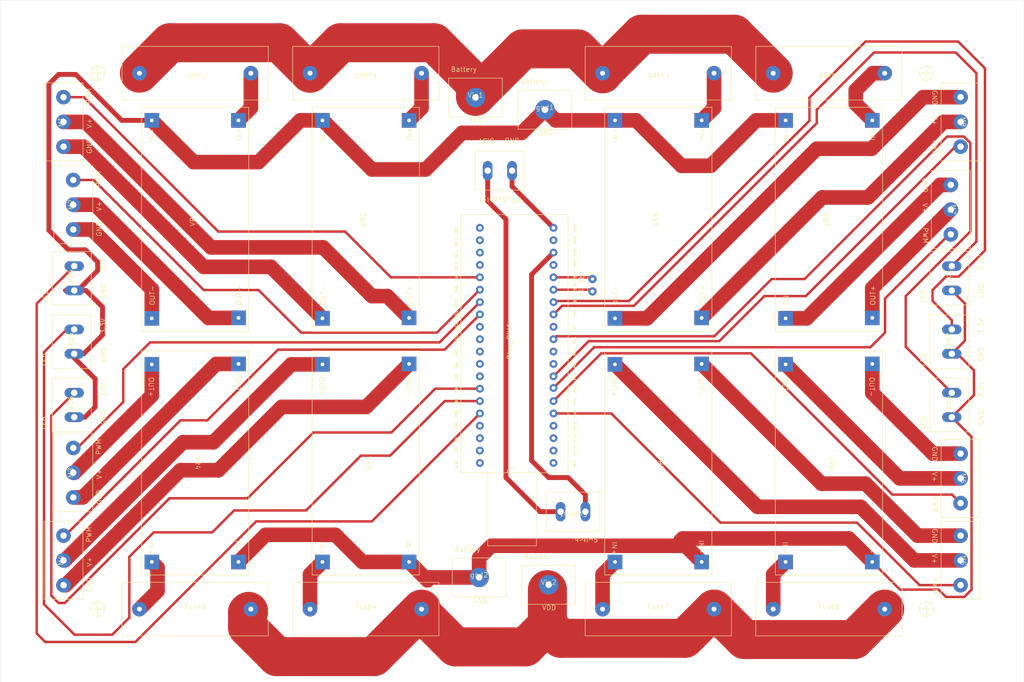
<source format=kicad_pcb>
(kicad_pcb (version 20240108) (generator "pcbnew") (generator_version "8.0")
  (layers (0 "F.Cu" signal) (31 "B.Cu" signal) (34 "B.Paste" user) (35 "F.Paste" user) (36 "B.SilkS" user "B.Silkscreen") (37 "F.SilkS" user "F.Silkscreen") (38 "B.Mask" user) (39 "F.Mask" user) (44 "Edge.Cuts" user))
  (net 0 "")
  (net 2 "BRA")
  (net 5 "BRB")
  (net 7 "Led1")
  (net 10 "Led5")
  (net 11 "Net-(Blue_Pill1-3.3V-Pad18)")
  (net 18 "TX3")
  (net 19 "Led2")
  (net 20 "Led4")
  (net 21 "FRA")
  (net 25 "FLA")
  (net 27 "Led3")
  (net 28 "Led6")
  (net 30 "FLB")
  (net 33 "RX3")
  (net 35 "FRB")
  (net 36 "BLB")
  (net 37 "BLA")
  (net 39 "VIN1")
  (net 40 "Net-(VR1-IN+)")
  (net 41 "Net-(VR2-IN+)")
  (net 42 "Net-(VR4-IN+)")
  (net 43 "Net-(VR3-IN+)")
  (net 44 "VIN2")
  (net 45 "Net-(VR5-IN+)")
  (net 46 "Net-(VR6-IN+)")
  (net 47 "Net-(VR7-IN+)")
  (net 48 "Net-(VR8-IN+)")
  (net 49 "3.3V")
  (net 50 "Net-(M1-+)")
  (net 51 "Net-(M2-+)")
  (net 52 "Net-(M3-+)")
  (net 53 "Net-(M4-+)")
  (net 54 "Net-(M5-+)")
  (net 55 "Net-(M6-+)")
  (net 56 "Net-(M7-+)")
  (net 57 "Net-(M8-+)")
  (net 58 "Servo1_GND")
  (net 59 "Servo2_GND")
  (net 60 "Servo3_GND")
  (net 61 "Servo4_GND")
  (net 62 "Servo5_GND")
  (net 63 "Servo6_GND")
  (net 64 "Servo7_GND")
  (net 65 "Servo8_GND")
  (net 66 "GND3")
  (net 67 "GND1")
  (net 68 "GND2")
  (footprint "M4_PCB:one_terminal_VDD" (layer "F.Cu") (at 157.5 150)
    (property "Reference" "Vin2")
    (property "Value" "Screw_Terminal_01x01")
  )
  (footprint "M4_PCB:Servo" (layer "F.Cu") (at 60 127 90)
    (property "Reference" "M3")
    (property "Value" "FLBS")
  )
  (footprint "M4_PCB:LM2596HVS" (layer "F.Cu") (at 85 75 90)
    (property "Reference" "VR1")
    (property "Value" "~")
  )
  (footprint "M4_PCB:LM2596HVS" (layer "F.Cu") (at 215 75 90)
    (property "Reference" "VR6")
    (property "Value" "~")
  )
  (footprint "M4_PCB:LM2596HVS" (layer "F.Cu") (at 215 125 -90)
    (property "Reference" "VR8")
    (property "Value" "~")
  )
  (footprint "M4_PCB:blue_pill" (layer "F.Cu") (at 150 100 90)
    (property "Reference" "Blue_Pill1")
    (property "Value" "~")
  )
  (footprint "M4_PCB:LED" (layer "F.Cu") (at 240 113 90)
    (property "Reference" "Led3")
    (property "Value" "~")
  )
  (footprint "M4_PCB:Servo" (layer "F.Cu") (at 242 55 -90)
    (property "Reference" "M8")
    (property "Value" "BRAS")
  )
  (footprint "M4_PCB:LM2596HVS" (layer "F.Cu") (at 120 75 90)
    (property "Reference" "VR2")
    (property "Value" "~")
  )
  (footprint "M4_PCB:Servo" (layer "F.Cu") (at 58 55 90)
    (property "Reference" "M1")
    (property "Value" "FRAS")
  )
  (footprint "M4_PCB:Fuse_Holder" (layer "F.Cu") (at 180 45 180)
    (property "Reference" "Fuse5")
    (property "Value" "~")
  )
  (footprint "M4_PCB:switch" (layer "F.Cu") (at 162.5 135 180)
    (property "Reference" "Switch1")
    (property "Value" "~")
  )
  (footprint "M4_PCB:LED" (layer "F.Cu") (at 240 100 90)
    (property "Reference" "Led2")
    (property "Value" "~")
  )
  (footprint "M4_PCB:Fuse_Holder" (layer "F.Cu") (at 215 155)
    (property "Reference" "Fuse8")
    (property "Value" "~")
  )
  (footprint "M4_PCB:LED" (layer "F.Cu") (at 60 87 90)
    (property "Reference" "Led4")
    (property "Value" "~")
  )
  (footprint "M4_PCB:LM2596HVS" (layer "F.Cu") (at 85 125 -90)
    (property "Reference" "VR4")
    (property "Value" "~")
  )
  (footprint "M4_PCB:Fuse_Holder" (layer "F.Cu") (at 120 155)
    (property "Reference" "Fuse4")
    (property "Value" "~")
  )
  (footprint "M4_PCB:Fuse_Holder" (layer "F.Cu") (at 85 155)
    (property "Reference" "Fuse3")
    (property "Value" "~")
  )
  (footprint "M4_PCB:LED" (layer "F.Cu") (at 60 113 90)
    (property "Reference" "Led6")
    (property "Value" "~")
  )
  (footprint "M4_PCB:Fuse_Holder" (layer "F.Cu") (at 85 45 180)
    (property "Reference" "Fuse1")
    (property "Value" "~")
  )
  (footprint "M4_PCB:LED" (layer "F.Cu") (at 60 100 90)
    (property "Reference" "Led5")
    (property "Value" "~")
  )
  (footprint "M4_PCB:LM2596HVS" (layer "F.Cu") (at 180 125 -90)
    (property "Reference" "VR7")
    (property "Value" "~")
  )
  (footprint "M4_PCB:one_terminal_GND" (layer "F.Cu") (at 156.75 52.5)
    (property "Reference" "gnd1")
    (property "Value" "Screw_Terminal_01x01")
  )
  (footprint "M4_PCB:Microcontrollers" (layer "F.Cu") (at 147.5 65 180)
    (property "Reference" "MC_Supply1")
    (property "Value" "Screw_Terminal_01x02")
  )
  (footprint "M4_PCB:LM2596HVS" (layer "F.Cu") (at 180 75 90)
    (property "Reference" "VR5")
    (property "Value" "~")
  )
  (footprint "M4_PCB:Servo" (layer "F.Cu") (at 240 73 -90)
    (property "Reference" "M7")
    (property "Value" "BRBS")
  )
  (footprint "M4_PCB:Servo" (layer "F.Cu") (at 242 145 -90)
    (property "Reference" "M5")
    (property "Value" "BLAS")
  )
  (footprint "M4_PCB:Fuse_Holder" (layer "F.Cu") (at 120 45 180)
    (property "Reference" "Fuse2")
    (property "Value" "~")
  )
  (footprint "M4_PCB:Fuse_Holder" (layer "F.Cu") (at 180 155)
    (property "Reference" "Fuse7")
    (property "Value" "~")
  )
  (footprint "M4_PCB:Fuse_Holder" (layer "F.Cu") (at 215 45 180)
    (property "Reference" "Fuse6")
    (property "Value" "~")
  )
  (footprint "M4_PCB:Servo" (layer "F.Cu") (at 60 72 90)
    (property "Reference" "M2")
    (property "Value" "FRBS")
  )
  (footprint "M4_PCB:communication" (layer "F.Cu") (at 166.5 88.52 -90)
    (property "Reference" "UART3" (hide yes))
    (property "Value" "~" (hide yes))
  )
  (footprint "M4_PCB:Servo" (layer "F.Cu") (at 58 145 90)
    (property "Reference" "M4")
    (property "Value" "FLAS")
  )
  (footprint "M4_PCB:one_terminal_GND" (layer "F.Cu") (at 143.25 148.5)
    (property "Reference" "gnd2")
    (property "Value" "Screw_Terminal_01x01")
  )
  (footprint "M4_PCB:LM2596HVS" (layer "F.Cu") (at 120 125 -90)
    (property "Reference" "VR3")
    (property "Value" "~")
  )
  (footprint "M4_PCB:LED" (layer "F.Cu") (at 240 87 90)
    (property "Reference" "Led1")
    (property "Value" "~")
  )
  (footprint "M4_PCB:Servo" (layer "F.Cu") (at 242 128.17 -90)
    (property "Reference" "M6")
    (property "Value" "BLBS")
  )
  (footprint "M4_PCB:one_terminal_VDD" (layer "F.Cu") (at 142.5 50)
    (property "Reference" "Vin1")
    (property "Value" "Screw_Terminal_01x01")
  )
  (gr_line (start 236.5 155) (end 233.5 155) (stroke (width 0.1)) (layer "F.SilkS"))
  (gr_circle (center 235 45) (end 236.5 45) (stroke (width 0.1)) (fill none) (layer "F.SilkS"))
  (gr_line (start 66.5 45) (end 63.5 45) (stroke (width 0.1)) (layer "F.SilkS"))
  (gr_line (start 235 153.5) (end 235 156.5) (stroke (width 0.1)) (layer "F.SilkS"))
  (gr_circle (center 65 45) (end 66.5 45) (stroke (width 0.1)) (fill none) (layer "F.SilkS"))
  (gr_circle (center 235 155) (end 236.5 155) (stroke (width 0.1)) (fill none) (layer "F.SilkS"))
  (gr_line (start 65 43.5) (end 65 46.5) (stroke (width 0.1)) (layer "F.SilkS"))
  (gr_line (start 236.5 45) (end 233.5 45) (stroke (width 0.1)) (layer "F.SilkS"))
  (gr_circle (center 65 155) (end 66.5 155) (stroke (width 0.1)) (fill none) (layer "F.SilkS"))
  (gr_line (start 65 153.5) (end 65 156.5) (stroke (width 0.1)) (layer "F.SilkS"))
  (gr_line (start 66.5 155) (end 63.5 155) (stroke (width 0.1)) (layer "F.SilkS"))
  (gr_line (start 235 43.5) (end 235 46.5) (stroke (width 0.1)) (layer "F.SilkS"))
  (gr_line (start 45 170) (end 255 170) (stroke (width 0.05)) (layer "Edge.Cuts"))
  (gr_line (start 45 30) (end 45 170) (stroke (width 0.05)) (layer "Edge.Cuts"))
  (gr_line (start 45 30) (end 255 30) (stroke (width 0.05)) (layer "Edge.Cuts"))
  (gr_line (start 255 30) (end 255 170) (stroke (width 0.05)) (layer "Edge.Cuts"))
  (gr_text "OUT+" (at 94.6 92.7 90) (layer "F.SilkS") (effects (font (size 1 1) (thickness 0.1)) (justify left bottom)))
  (segment (start 158.5 107.22) (end 165.72 100) (width 0.5) (layer "F.Cu") (net 2))
  (segment (start 165.72 100) (end 192.5 100) (width 0.5) (layer "F.Cu") (net 2))
  (segment (start 240.92 60.08) (end 242 60.08) (width 0.5) (layer "F.Cu") (net 2))
  (segment (start 210.25 90.75) (end 240.92 60.08) (width 0.5) (layer "F.Cu") (net 2))
  (segment (start 201.75 90.75) (end 210.25 90.75) (width 0.5) (layer "F.Cu") (net 2))
  (segment (start 192.5 100) (end 201.75 90.75) (width 0.5) (layer "F.Cu") (net 2))
  (segment (start 226.5 98.25) (end 226.5 91.25) (width 0.5) (layer "F.Cu") (net 5))
  (segment (start 223.5 101.25) (end 226.5 98.25) (width 0.5) (layer "F.Cu") (net 5))
  (segment (start 239.67 78.08) (end 240 78.08) (width 0.5) (layer "F.Cu") (net 5))
  (segment (start 158.5 109.6) (end 166.85 101.25) (width 0.5) (layer "F.Cu") (net 5))
  (segment (start 166.85 101.25) (end 223.5 101.25) (width 0.5) (layer "F.Cu") (net 5))
  (segment (start 226.5 91.25) (end 239.67 78.08) (width 0.5) (layer "F.Cu") (net 5))
  (segment (start 158.5 94.52) (end 160.27 92.75) (width 0.5) (layer "F.Cu") (net 7))
  (segment (start 245.25 79.55) (end 240.2 84.6) (width 0.5) (layer "F.Cu") (net 7))
  (segment (start 160.27 92.75) (end 175 92.75) (width 0.5) (layer "F.Cu") (net 7))
  (segment (start 224.25 40.75) (end 241 40.75) (width 0.5) (layer "F.Cu") (net 7))
  (segment (start 212.5 55.25) (end 212.5 52.5) (width 0.5) (layer "F.Cu") (net 7))
  (segment (start 245.25 45) (end 245.25 79.55) (width 0.5) (layer "F.Cu") (net 7))
  (segment (start 175 92.75) (end 212.5 55.25) (width 0.5) (layer "F.Cu") (net 7))
  (segment (start 241 40.75) (end 245.25 45) (width 0.5) (layer "F.Cu") (net 7))
  (segment (start 212.5 52.5) (end 224.25 40.75) (width 0.5) (layer "F.Cu") (net 7))
  (segment (start 71.5 156.75) (end 71.5 144.25) (width 0.5) (layer "F.Cu") (net 10))
  (segment (start 88.5 139.25) (end 93 134.75) (width 0.5) (layer "F.Cu") (net 10))
  (segment (start 60.2 97.6) (end 58.65 97.6) (width 0.5) (layer "F.Cu") (net 10))
  (segment (start 76.5 139.25) (end 88.5 139.25) (width 0.5) (layer "F.Cu") (net 10))
  (segment (start 119 123.5) (end 125 123.5) (width 0.5) (layer "F.Cu") (net 10))
  (segment (start 58.65 97.6) (end 54 102.25) (width 0.5) (layer "F.Cu") (net 10))
  (segment (start 71.5 144.25) (end 76.5 139.25) (width 0.5) (layer "F.Cu") (net 10))
  (segment (start 54 154) (end 60.25 160.25) (width 0.5) (layer "F.Cu") (net 10))
  (segment (start 60.25 160.25) (end 68 160.25) (width 0.5) (layer "F.Cu") (net 10))
  (segment (start 136.2 112.3) (end 143.4 112.3) (width 0.5) (layer "F.Cu") (net 10))
  (segment (start 125 123.5) (end 136.2 112.3) (width 0.5) (layer "F.Cu") (net 10))
  (segment (start 68 160.25) (end 71.5 156.75) (width 0.5) (layer "F.Cu") (net 10))
  (segment (start 54 102.25) (end 54 154) (width 0.5) (layer "F.Cu") (net 10))
  (segment (start 93 134.75) (end 107.75 134.75) (width 0.5) (layer "F.Cu") (net 10))
  (segment (start 107.75 134.75) (end 119 123.5) (width 0.5) (layer "F.Cu") (net 10))
  (segment (start 158.5 81.82) (end 154 86.32) (width 1) (layer "F.Cu") (net 11))
  (segment (start 161.5 128) (end 165.04 131.54) (width 1) (layer "F.Cu") (net 11))
  (segment (start 157.5 128) (end 161.5 128) (width 1) (layer "F.Cu") (net 11))
  (segment (start 154 124.5) (end 157.5 128) (width 1) (layer "F.Cu") (net 11))
  (segment (start 154 86.32) (end 154 124.5) (width 1) (layer "F.Cu") (net 11))
  (segment (start 165.04 131.54) (end 165.04 135) (width 1) (layer "F.Cu") (net 11))
  (segment (start 166.15 89.44) (end 166.5 89.79) (width 0.5) (layer "F.Cu") (net 18))
  (segment (start 158.5 89.44) (end 166.15 89.44) (width 0.5) (layer "F.Cu") (net 18))
  (segment (start 239 86.75) (end 241.625 86.75) (width 0.5) (layer "F.Cu") (net 19))
  (segment (start 211 54.75) (end 174 91.75) (width 0.5) (layer "F.Cu") (net 19))
  (segment (start 241.5 38.5) (end 222.5 38.5) (width 0.5) (layer "F.Cu") (net 19))
  (segment (start 247 44) (end 241.5 38.5) (width 0.5) (layer "F.Cu") (net 19))
  (segment (start 240.2 95.7) (end 236.25 91.75) (width 0.5) (layer "F.Cu") (net 19))
  (segment (start 222.5 38.5) (end 211 50) (width 0.5) (layer "F.Cu") (net 19))
  (segment (start 241.625 86.75) (end 247 81.375) (width 0.5) (layer "F.Cu") (net 19))
  (segment (start 236.25 89.5) (end 239 86.75) (width 0.5) (layer "F.Cu") (net 19))
  (segment (start 236.25 91.75) (end 236.25 89.5) (width 0.5) (layer "F.Cu") (net 19))
  (segment (start 158.73 91.75) (end 158.5 91.98) (width 0.5) (layer "F.Cu") (net 19))
  (segment (start 211 50) (end 211 54.75) (width 0.5) (layer "F.Cu") (net 19))
  (segment (start 247 81.375) (end 247 44) (width 0.5) (layer "F.Cu") (net 19))
  (segment (start 174 91.75) (end 158.73 91.75) (width 0.5) (layer "F.Cu") (net 19))
  (segment (start 240.2 97.6) (end 240.2 95.7) (width 0.5) (layer "F.Cu") (net 19))
  (segment (start 52.5 92.3) (end 52.5 160) (width 0.5) (layer "F.Cu") (net 20))
  (segment (start 60.2 84.6) (end 52.5 92.3) (width 0.5) (layer "F.Cu") (net 20))
  (segment (start 72.75 161.75) (end 97.5 137) (width 0.5) (layer "F.Cu") (net 20))
  (segment (start 121.24 137) (end 143.4 114.84) (width 0.5) (layer "F.Cu") (net 20))
  (segment (start 97.5 137) (end 121.24 137) (width 0.5) (layer "F.Cu") (net 20))
  (segment (start 54.25 161.75) (end 72.75 161.75) (width 0.5) (layer "F.Cu") (net 20))
  (segment (start 52.5 160) (end 54.25 161.75) (width 0.5) (layer "F.Cu") (net 20))
  (segment (start 115.75 77.5) (end 89.75 77.5) (width 0.5) (layer "F.Cu") (net 21))
  (segment (start 62.17 49.92) (end 58 49.92) (width 0.5) (layer "F.Cu") (net 21))
  (segment (start 89.75 77.5) (end 62.17 49.92) (width 0.5) (layer "F.Cu") (net 21))
  (segment (start 125.15 86.9) (end 115.75 77.5) (width 0.5) (layer "F.Cu") (net 21))
  (segment (start 143.4 86.9) (end 125.15 86.9) (width 0.5) (layer "F.Cu") (net 21))
  (segment (start 136.17 101.75) (end 102 101.75) (width 0.5) (layer "F.Cu") (net 25))
  (segment (start 102 101.75) (end 87.5 116.25) (width 0.5) (layer "F.Cu") (net 25))
  (segment (start 87.5 116.25) (end 82 116.25) (width 0.5) (layer "F.Cu") (net 25))
  (segment (start 143.4 94.52) (end 136.17 101.75) (width 0.5) (layer "F.Cu") (net 25))
  (segment (start 58.33 139.92) (end 58 139.92) (width 0.5) (layer "F.Cu") (net 25))
  (segment (start 82 116.25) (end 58.33 139.92) (width 0.5) (layer "F.Cu") (net 25))
  (segment (start 210 87.25) (end 203.25 87.25) (width 0.5) (layer "F.Cu") (net 27))
  (segment (start 230.75 101.15) (end 230.75 90.75) (width 0.5) (layer "F.Cu") (net 27))
  (segment (start 242.677717 58) (end 239.25 58) (width 0.5) (layer "F.Cu") (net 27))
  (segment (start 244 59.322283) (end 242.677717 58) (width 0.5) (layer "F.Cu") (net 27))
  (segment (start 244 77.5) (end 244 59.322283) (width 0.5) (layer "F.Cu") (net 27))
  (segment (start 191.5 99) (end 159.1 99) (width 0.5) (layer "F.Cu") (net 27))
  (segment (start 240.2 110.6) (end 230.75 101.15) (width 0.5) (layer "F.Cu") (net 27))
  (segment (start 239.25 58) (end 210 87.25) (width 0.5) (layer "F.Cu") (net 27))
  (segment (start 159.1 99) (end 158.5 99.6) (width 0.5) (layer "F.Cu") (net 27))
  (segment (start 230.75 90.75) (end 244 77.5) (width 0.5) (layer "F.Cu") (net 27))
  (segment (start 203.25 87.25) (end 191.5 99) (width 0.5) (layer "F.Cu") (net 27))
  (segment (start 109.25 118.75) (end 125.25 118.75) (width 0.5) (layer "F.Cu") (net 28))
  (segment (start 79.75 132.25) (end 95.75 132.25) (width 0.5) (layer "F.Cu") (net 28))
  (segment (start 125.25 118.75) (end 134.24 109.76) (width 0.5) (layer "F.Cu") (net 28))
  (segment (start 57 153.75) (end 58.25 153.75) (width 0.5) (layer "F.Cu") (net 28))
  (segment (start 60.2 110.6) (end 55.5 115.3) (width 0.5) (layer "F.Cu") (net 28))
  (segment (start 58.25 153.75) (end 79.75 132.25) (width 0.5) (layer "F.Cu") (net 28))
  (segment (start 134.24 109.76) (end 143.4 109.76) (width 0.5) (layer "F.Cu") (net 28))
  (segment (start 55.5 152.25) (end 57 153.75) (width 0.5) (layer "F.Cu") (net 28))
  (segment (start 55.5 115.3) (end 55.5 152.25) (width 0.5) (layer "F.Cu") (net 28))
  (segment (start 95.75 132.25) (end 109.25 118.75) (width 0.5) (layer "F.Cu") (net 28))
  (segment (start 60 121.92) (end 60.83 121.92) (width 0.5) (layer "F.Cu") (net 30))
  (segment (start 70.25 105.75) (end 75.75 100.25) (width 0.5) (layer "F.Cu") (net 30))
  (segment (start 60.83 121.92) (end 70.25 112.5) (width 0.5) (layer "F.Cu") (net 30))
  (segment (start 70.25 112.5) (end 70.25 105.75) (width 0.5) (layer "F.Cu") (net 30))
  (segment (start 135.13 100.25) (end 143.4 91.98) (width 0.5) (layer "F.Cu") (net 30))
  (segment (start 75.75 100.25) (end 135.13 100.25) (width 0.5) (layer "F.Cu") (net 30))
  (segment (start 166.15 86.9) (end 166.5 87.25) (width 0.5) (layer "F.Cu") (net 33))
  (segment (start 158.5 86.9) (end 166.15 86.9) (width 0.5) (layer "F.Cu") (net 33))
  (segment (start 64.17 66.92) (end 60 66.92) (width 0.5) (layer "F.Cu") (net 35))
  (segment (start 106.75 98.25) (end 98 89.5) (width 0.5) (layer "F.Cu") (net 35))
  (segment (start 143.4 89.44) (end 134.59 98.25) (width 0.5) (layer "F.Cu") (net 35))
  (segment (start 86.75 89.5) (end 64.17 66.92) (width 0.5) (layer "F.Cu") (net 35))
  (segment (start 134.59 98.25) (end 106.75 98.25) (width 0.5) (layer "F.Cu") (net 35))
  (segment (start 98 89.5) (end 86.75 89.5) (width 0.5) (layer "F.Cu") (net 35))
  (segment (start 199 102.5) (end 228 131.5) (width 0.5) (layer "F.Cu") (net 36))
  (segment (start 158.5 112.3) (end 168.3 102.5) (width 0.5) (layer "F.Cu") (net 36))
  (segment (start 240.25 131.5) (end 242 133.25) (width 0.5) (layer "F.Cu") (net 36))
  (segment (start 168.3 102.5) (end 199 102.5) (width 0.5) (layer "F.Cu") (net 36))
  (segment (start 228 131.5) (end 240.25 131.5) (width 0.5) (layer "F.Cu") (net 36))
  (segment (start 158.5 114.84) (end 170.34 114.84) (width 0.5) (layer "F.Cu") (net 37))
  (segment (start 220.75 137.25) (end 233.58 150.08) (width 0.5) (layer "F.Cu") (net 37))
  (segment (start 170.34 114.84) (end 192.75 137.25) (width 0.5) (layer "F.Cu") (net 37))
  (segment (start 233.58 150.08) (end 242 150.08) (width 0.5) (layer "F.Cu") (net 37))
  (segment (start 192.75 137.25) (end 220.75 137.25) (width 0.5) (layer "F.Cu") (net 37))
  (segment (start 102.32 38.75) (end 79.82 38.75) (width 8) (layer "F.Cu") (net 39))
  (segment (start 134 38.75) (end 114.82 38.75) (width 8) (layer "F.Cu") (net 39))
  (segment (start 168.57 45) (end 176.57 37) (width 8) (layer "F.Cu") (net 39))
  (segment (start 114.82 38.75) (end 108.57 45) (width 8) (layer "F.Cu") (net 39))
  (segment (start 142.5 49.75) (end 142.5 47.25) (width 8) (layer "F.Cu") (net 39))
  (segment (start 163.435 40) (end 168.57 45.135) (width 8) (layer "F.Cu") (net 39))
  (segment (start 152.25 40) (end 163.435 40) (width 8) (layer "F.Cu") (net 39))
  (segment (start 195.57 37) (end 203.57 45) (width 8) (layer "F.Cu") (net 39))
  (segment (start 79.82 38.75) (end 73.57 45) (width 8) (layer "F.Cu") (net 39))
  (segment (start 108.57 45) (end 102.32 38.75) (width 8) (layer "F.Cu") (net 39))
  (segment (start 176.57 37) (end 195.57 37) (width 8) (layer "F.Cu") (net 39))
  (segment (start 142.5 47.25) (end 134 38.75) (width 8) (layer "F.Cu") (net 39))
  (segment (start 142.5 49.75) (end 152.25 40) (width 8) (layer "F.Cu") (net 39))
  (segment (start 96.43 52.14) (end 93.89 54.68) (width 3) (layer "F.Cu") (net 40))
  (segment (start 96.43 45) (end 96.43 52.14) (width 3) (layer "F.Cu") (net 40))
  (segment (start 131.43 52.14) (end 128.89 54.68) (width 3) (layer "F.Cu") (net 41))
  (segment (start 131.43 45) (end 131.43 52.14) (width 3) (layer "F.Cu") (net 41))
  (segment (start 77.29 151.28) (end 77.29 146.5) (width 3) (layer "F.Cu") (net 42))
  (segment (start 77.29 146.5) (end 76.11 145.32) (width 3) (layer "F.Cu") (net 42))
  (segment (start 73.57 155) (end 77.29 151.28) (width 3) (layer "F.Cu") (net 42))
  (segment (start 108.57 147.86) (end 111.11 145.32) (width 3) (layer "F.Cu") (net 43))
  (segment (start 108.57 155) (end 108.57 147.86) (width 3) (layer "F.Cu") (net 43))
  (segment (start 138.39 162.75) (end 131.43 155.79) (width 8) (layer "F.Cu") (net 44))
  (segment (start 197.68 161.25) (end 220.18 161.25) (width 8) (layer "F.Cu") (net 44))
  (segment (start 157.25 151) (end 157.25 158.25) (width 8) (layer "F.Cu") (net 44))
  (segment (start 185.43 161) (end 191.43 155) (width 8) (layer "F.Cu") (net 44))
  (segment (start 121.68 164.75) (end 101.75 164.75) (width 8) (layer "F.Cu") (net 44))
  (segment (start 220.18 161.25) (end 226.43 155) (width 8) (layer "F.Cu") (net 44))
  (segment (start 157.25 158.25) (end 160 161) (width 8) (layer "F.Cu") (net 44))
  (segment (start 95.75 155.68) (end 95.969491 155.460509) (width 8) (layer "F.Cu") (net 44))
  (segment (start 95.75 158.75) (end 95.75 155.68) (width 8) (layer "F.Cu") (net 44))
  (segment (start 191.43 155) (end 197.68 161.25) (width 8) (layer "F.Cu") (net 44))
  (segment (start 160 161) (end 185.43 161) (width 8) (layer "F.Cu") (net 44))
  (segment (start 157.25 158.25) (end 152.75 162.75) (width 8) (layer "F.Cu") (net 44))
  (segment (start 101.75 164.75) (end 95.75 158.75) (width 8) (layer "F.Cu") (net 44))
  (segment (start 152.75 162.75) (end 138.39 162.75) (width 8) (layer "F.Cu") (net 44))
  (segment (start 131.43 155) (end 121.68 164.75) (width 8) (layer "F.Cu") (net 44))
  (segment (start 191.43 52.14) (end 188.89 54.68) (width 3) (layer "F.Cu") (net 45))
  (segment (start 191.43 45) (end 191.43 52.14) (width 3) (layer "F.Cu") (net 45))
  (segment (start 224 45) (end 220.5 48.5) (width 3) (layer "F.Cu") (net 46))
  (segment (start 220.5 48.5) (end 220.5 51.29) (width 3) (layer "F.Cu") (net 46))
  (segment (start 220.5 51.29) (end 223.89 54.68) (width 3) (layer "F.Cu") (net 46))
  (segment (start 226.43 45) (end 224 45) (width 3) (layer "F.Cu") (net 46))
  (segment (start 168.57 147.86) (end 171.11 145.32) (width 3) (layer "F.Cu") (net 47))
  (segment (start 168.57 155) (end 168.57 147.86) (width 3) (layer "F.Cu") (net 47))
  (segment (start 203.57 147.86) (end 206.11 145.32) (width 3) (layer "F.Cu") (net 48))
  (segment (start 203.57 155) (end 203.57 147.86) (width 3) (layer "F.Cu") (net 48))
  (segment (start 148.75 128) (end 148.75 75) (width 1) (layer "F.Cu") (net 49))
  (segment (start 145 71.25) (end 145 65) (width 1) (layer "F.Cu") (net 49))
  (segment (start 148.75 75) (end 145 71.25) (width 1) (layer "F.Cu") (net 49))
  (segment (start 155.75 135) (end 148.75 128) (width 1) (layer "F.Cu") (net 49))
  (segment (start 159.96 135) (end 155.75 135) (width 1) (layer "F.Cu") (net 49))
  (segment (start 124.41 90.75) (end 128.89 95.23) (width 3) (layer "F.Cu") (net 50))
  (segment (start 121.25 90.75) (end 124.41 90.75) (width 3) (layer "F.Cu") (net 50))
  (segment (start 88.25 80.75) (end 111.25 80.75) (width 3) (layer "F.Cu") (net 50))
  (segment (start 111.25 80.75) (end 121.25 90.75) (width 3) (layer "F.Cu") (net 50))
  (segment (start 58 55) (end 62.5 55) (width 3) (layer "F.Cu") (net 50))
  (segment (start 62.5 55) (end 88.25 80.75) (width 3) (layer "F.Cu") (net 50))
  (segment (start 64.5 72) (end 60 72) (width 3) (layer "F.Cu") (net 51))
  (segment (start 93.89 95.23) (end 87.73 95.23) (width 3) (layer "F.Cu") (net 51))
  (segment (start 87.73 95.23) (end 64.5 72) (width 3) (layer "F.Cu") (net 51))
  (segment (start 76.11 111.14) (end 60.25 127) (width 3) (layer "F.Cu") (net 52))
  (segment (start 76.11 104.77) (end 76.11 111.14) (width 3) (layer "F.Cu") (net 52))
  (segment (start 60.25 127) (end 60 127) (width 3) (layer "F.Cu") (net 52))
  (segment (start 82.5 120.75) (end 58.25 145) (width 3) (layer "F.Cu") (net 53))
  (segment (start 104.73 104.77) (end 88.75 120.75) (width 3) (layer "F.Cu") (net 53))
  (segment (start 58.25 145) (end 58 145) (width 3) (layer "F.Cu") (net 53))
  (segment (start 111.11 104.77) (end 104.73 104.77) (width 3) (layer "F.Cu") (net 53))
  (segment (start 88.75 120.75) (end 82.5 120.75) (width 3) (layer "F.Cu") (net 53))
  (segment (start 232.5 145) (end 242 145) (width 3) (layer "F.Cu") (net 54))
  (segment (start 200.34 134) (end 221.5 134) (width 3) (layer "F.Cu") (net 54))
  (segment (start 171.11 104.77) (end 200.34 134) (width 3) (layer "F.Cu") (net 54))
  (segment (start 221.5 134) (end 232.5 145) (width 3) (layer "F.Cu") (net 54))
  (segment (start 206.11 104.77) (end 229.51 128.17) (width 3) (layer "F.Cu") (net 55))
  (segment (start 229.51 128.17) (end 242 128.17) (width 3) (layer "F.Cu") (net 55))
  (segment (start 223.89 89.11) (end 240 73) (width 3) (layer "F.Cu") (net 56))
  (segment (start 223.89 95.23) (end 223.89 89.11) (width 3) (layer "F.Cu") (net 56))
  (segment (start 223 70.5) (end 238.5 55) (width 3) (layer "F.Cu") (net 57))
  (segment (start 188.89 95.23) (end 213.62 70.5) (width 3) (layer "F.Cu") (net 57))
  (segment (start 238.5 55) (end 242 55) (width 3) (layer "F.Cu") (net 57))
  (segment (start 213.62 70.5) (end 223 70.5) (width 3) (layer "F.Cu") (net 57))
  (segment (start 86.75 84.75) (end 62.08 60.08) (width 3) (layer "F.Cu") (net 58))
  (segment (start 111.11 95.32) (end 100.54 84.75) (width 3) (layer "F.Cu") (net 58))
  (segment (start 62.08 60.08) (end 58 60.08) (width 3) (layer "F.Cu") (net 58))
  (segment (start 100.54 84.75) (end 86.75 84.75) (width 3) (layer "F.Cu") (net 58))
  (segment (start 76.11 89.36) (end 63.83 77.08) (width 3) (layer "F.Cu") (net 59))
  (segment (start 76.11 95.32) (end 76.11 89.36) (width 3) (layer "F.Cu") (net 59))
  (segment (start 63.83 77.08) (end 60 77.08) (width 3) (layer "F.Cu") (net 59))
  (segment (start 93.89 104.68) (end 89.32 104.68) (width 3) (layer "F.Cu") (net 60))
  (segment (start 89.32 104.68) (end 61.92 132.08) (width 3) (layer "F.Cu") (net 60))
  (segment (start 61.92 132.08) (end 60 132.08) (width 3) (layer "F.Cu") (net 60))
  (segment (start 89.75 126.5) (end 102.75 113.5) (width 3) (layer "F.Cu") (net 61))
  (segment (start 82 126.5) (end 89.75 126.5) (width 3) (layer "F.Cu") (net 61))
  (segment (start 102.75 113.5) (end 120.07 113.5) (width 3) (layer "F.Cu") (net 61))
  (segment (start 120.07 113.5) (end 128.89 104.68) (width 3) (layer "F.Cu") (net 61))
  (segment (start 58.42 150.08) (end 82 126.5) (width 3) (layer "F.Cu") (net 61))
  (segment (start 58 150.08) (end 58.42 150.08) (width 3) (layer "F.Cu") (net 61))
  (segment (start 213.46 129.25) (end 222.5 129.25) (width 3) (layer "F.Cu") (net 62))
  (segment (start 222.5 129.25) (end 233.17 139.92) (width 3) (layer "F.Cu") (net 62))
  (segment (start 233.17 139.92) (end 242 139.92) (width 3) (layer "F.Cu") (net 62))
  (segment (start 188.89 104.68) (end 213.46 129.25) (width 3) (layer "F.Cu") (net 62))
  (segment (start 223.89 110.64) (end 236.34 123.09) (width 3) (layer "F.Cu") (net 63))
  (segment (start 236.34 123.09) (end 242 123.09) (width 3) (layer "F.Cu") (net 63))
  (segment (start 223.89 104.68) (end 223.89 110.64) (width 3) (layer "F.Cu") (net 63))
  (segment (start 206.11 95.32) (end 210.43 95.32) (width 3) (layer "F.Cu") (net 64))
  (segment (start 237.83 67.92) (end 240 67.92) (width 3) (layer "F.Cu") (net 64))
  (segment (start 210.43 95.32) (end 237.83 67.92) (width 3) (layer "F.Cu") (net 64))
  (segment (start 212.5 60.5) (end 223.75 60.5) (width 3) (layer "F.Cu") (net 65))
  (segment (start 171.11 95.32) (end 177.68 95.32) (width 3) (layer "F.Cu") (net 65))
  (segment (start 223.75 60.5) (end 234.33 49.92) (width 3) (layer "F.Cu") (net 65))
  (segment (start 177.68 95.32) (end 212.5 60.5) (width 3) (layer "F.Cu") (net 65))
  (segment (start 234.33 49.92) (end 242 49.92) (width 3) (layer "F.Cu") (net 65))
  (segment (start 150 65) (end 150 68.24) (width 1) (layer "F.Cu") (net 66))
  (segment (start 150 68.24) (end 158.5 76.74) (width 1) (layer "F.Cu") (net 66))
  (segment (start 69.93 54.68) (end 76.11 54.68) (width 1) (layer "F.Cu") (net 67))
  (segment (start 65 83.75) (end 62.5 81.25) (width 1) (layer "F.Cu") (net 67))
  (segment (start 66 93) (end 62.6 89.6) (width 1) (layer "F.Cu") (net 67))
  (segment (start 60.2 89.6) (end 60.9 89.6) (width 1) (layer "F.Cu") (net 67))
  (segment (start 156.75 52.5) (end 152 57.25) (width 3) (layer "F.Cu") (net 67))
  (segment (start 60.2 89.6) (end 58.4 89.6) (width 1) (layer "F.Cu") (net 67))
  (segment (start 60.2 103.45) (end 60.2 102.6) (width 1) (layer "F.Cu") (net 67))
  (segment (start 84.68 63.25) (end 76.11 54.68) (width 3) (layer "F.Cu") (net 67))
  (segment (start 62.6 89.6) (end 60.2 89.6) (width 1) (layer "F.Cu") (net 67))
  (segment (start 59 81.25) (end 55 77.25) (width 1) (layer "F.Cu") (net 67))
  (segment (start 175.43 54.68) (end 184.75 64) (width 3) (layer "F.Cu") (net 67))
  (segment (start 184.75 64) (end 190.75 64) (width 3) (layer "F.Cu") (net 67))
  (segment (start 200.07 54.68) (end 206.11 54.68) (width 3) (layer "F.Cu") (net 67))
  (segment (start 62.15 102.6) (end 66 98.75) (width 1) (layer "F.Cu") (net 67))
  (segment (start 60.9 89.6) (end 65 85.5) (width 1) (layer "F.Cu") (net 67))
  (segment (start 158.93 54.68) (end 156.75 52.5) (width 3) (layer "F.Cu") (net 67))
  (segment (start 132.303448 64.75) (end 121.25 64.75) (width 3) (layer "F.Cu") (net 67))
  (segment (start 139.75 57.25) (end 137.553448 59.446552) (width 3) (layer "F.Cu") (net 67))
  (segment (start 55 47.25) (end 57 45.25) (width 1) (layer "F.Cu") (net 67))
  (segment (start 98 63.25) (end 84.68 63.25) (width 3) (layer "F.Cu") (net 67))
  (segment (start 60.2 102.2) (end 60.2 102.6) (width 1) (layer "F.Cu") (net 67))
  (segment (start 64.5 113.5) (end 64.5 107.75) (width 1) (layer "F.Cu") (net 67))
  (segment (start 171.11 54.68) (end 175.43 54.68) (width 3) (layer "F.Cu") (net 67))
  (segment (start 64.5 107.75) (end 60.2 103.45) (width 1) (layer "F.Cu") (net 67))
  (segment (start 121.25 64.75) (end 111.18 54.68) (width 3) (layer "F.Cu") (net 67))
  (segment (start 55 77.25) (end 55 47.25) (width 1) (layer "F.Cu") (net 67))
  (segment (start 57 45.25) (end 60.5 45.25) (width 1) (layer "F.Cu") (net 67))
  (segment (start 111.11 54.68) (end 106.57 54.68) (width 3) (layer "F.Cu") (net 67))
  (segment (start 60.2 115.6) (end 62.4 115.6) (width 1) (layer "F.Cu") (net 67))
  (segment (start 62.5 81.25) (end 59 81.25) (width 1) (layer "F.Cu") (net 67))
  (segment (start 59.8 90) (end 60.2 89.6) (width 1) (layer "F.Cu") (net 67))
  (segment (start 66 98.75) (end 66 93) (width 1) (layer "F.Cu") (net 67))
  (segment (start 65 85.5) (end 65 83.75) (width 1) (layer "F.Cu") (net 67))
  (segment (start 106.57 54.68) (end 98 63.25) (width 3) (layer "F.Cu") (net 67))
  (segment (start 60.5 45.25) (end 69.93 54.68) (width 1) (layer "F.Cu") (net 67))
  (segment (start 137.553448 59.5) (end 132.303448 64.75) (width 3) (layer "F.Cu") (net 67))
  (segment (start 60.2 102.6) (end 62.15 102.6) (width 1) (layer "F.Cu") (net 67))
  (segment (start 190.75 64) (end 200.07 54.68) (width 3) (layer "F.Cu") (net 67))
  (segment (start 152 57.25) (end 139.75 57.25) (width 3) (layer "F.Cu") (net 67))
  (segment (start 137.553448 59.446552) (end 137.553448 59.5) (width 3) (layer "F.Cu") (net 67))
  (segment (start 171.11 54.68) (end 158.93 54.68) (width 3) (layer "F.Cu") (net 67))
  (segment (start 62.4 115.6) (end 64.5 113.5) (width 1) (layer "F.Cu") (net 67))
  (segment (start 240.2 89.6) (end 241.1 89.6) (width 1) (layer "F.Cu") (net 68))
  (segment (start 132.66 149.09) (end 128.89 145.32) (width 3) (layer "F.Cu") (net 68))
  (segment (start 244.75 111.05) (end 240.2 115.6) (width 0.5) (layer "F.Cu") (net 68))
  (segment (start 132.66 149.09) (end 133.25 148.5) (width 3) (layer "F.Cu") (net 68))
  (segment (start 237.5 151) (end 229.57 151) (width 0.5) (layer "F.Cu") (net 68))
  (segment (start 185.66 142.09) (end 184.535 140.965) (width 3) (layer "F.Cu") (net 68))
  (segment (start 242.88 99.92) (end 240.2 102.6) (width 0.5) (layer "F.Cu") (net 68))
  (segment (start 185 140.5) (end 219.07 140.5) (width 3) (layer "F.Cu") (net 68))
  (segment (start 240.2 102.6) (end 241.35 102.6) (width 1) (layer "F.Cu") (net 68))
  (segment (start 240.2 115.6) (end 244.25 119.65) (width 0.5) (layer "F.Cu") (net 68))
  (segment (start 185.66 142.09) (end 188.89 145.32) (width 3) (layer "F.Cu") (net 68))
  (segment (start 119.32 145.32) (end 128.89 145.32) (width 3) (layer "F.Cu") (net 68))
  (segment (start 241.35 102.6) (end 244.75 106) (width 0.5) (layer "F.Cu") (net 68))
  (segment (start 240.2 89.6) (end 242.88 92.28) (width 0.5) (layer "F.Cu") (net 68))
  (segment (start 113.75 139.75) (end 99.46 139.75) (width 3) (layer "F.Cu") (net 68))
  (segment (start 133.25 148.5) (end 143.25 148.5) (width 3) (layer "F.Cu") (net 68))
  (segment (start 184.535 140.965) (end 185 140.5) (width 3) (layer "F.Cu") (net 68))
  (segment (start 240.2 102.6) (end 238.9 102.6) (width 1) (layer "F.Cu") (net 68))
  (segment (start 185.57 142) (end 185.66 142.09) (width 3) (layer "F.Cu") (net 68))
  (segment (start 94.07 145.32) (end 93.89 145.32) (width 3) (layer "F.Cu") (net 68))
  (segment (start 143.25 148.5) (end 143.25 144.5) (width 3) (layer "F.Cu") (net 68))
  (segment (start 219.07 140.5) (end 223.89 145.32) (width 3) (layer "F.Cu") (net 68))
  (segment (start 239 152.5) (end 237.5 151) (width 0.5) (layer "F.Cu") (net 68))
  (segment (start 99.46 139.75) (end 93.89 145.32) (width 3) (layer "F.Cu") (net 68))
  (segment (start 244.75 106) (end 244.75 111.05) (width 0.5) (layer "F.Cu") (net 68))
  (segment (start 145.75 142) (end 185.57 142) (width 3) (layer "F.Cu") (net 68))
  (segment (start 242.75 152.5) (end 239 152.5) (width 0.5) (layer "F.Cu") (net 68))
  (segment (start 244.25 119.65) (end 244.25 151) (width 0.5) (layer "F.Cu") (net 68))
  (segment (start 244.25 151) (end 242.75 152.5) (width 0.5) (layer "F.Cu") (net 68))
  (segment (start 229.57 151) (end 223.89 145.32) (width 0.5) (layer "F.Cu") (net 68))
  (segment (start 143.25 144.5) (end 145.75 142) (width 3) (layer "F.Cu") (net 68))
  (segment (start 242.88 92.28) (end 242.88 99.92) (width 0.5) (layer "F.Cu") (net 68))
  (segment (start 240.2 89.6) (end 239.35 89.6) (width 1) (layer "F.Cu") (net 68))
  (segment (start 113.75 139.75) (end 119.32 145.32) (width 3) (layer "F.Cu") (net 68))
)
</source>
